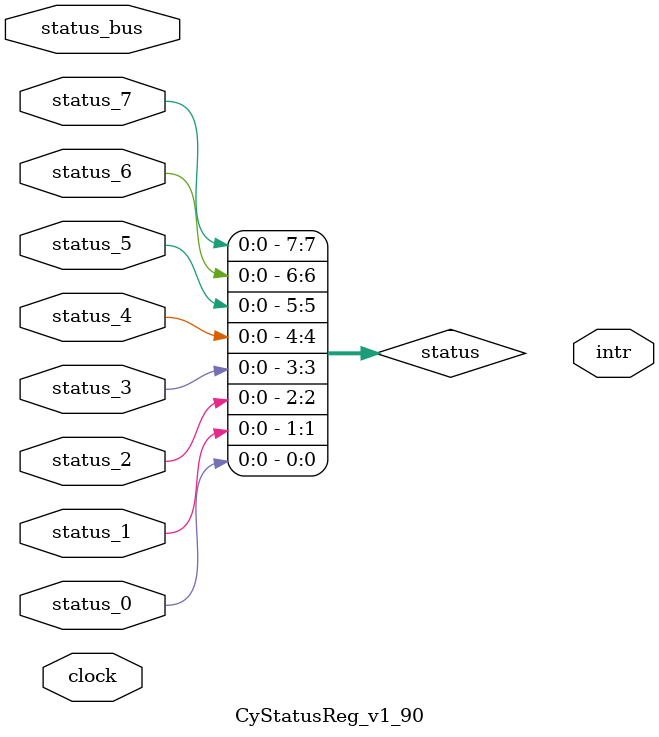
<source format=v>
/*******************************************************************************
* File Name:  CyStatusReg_v1_90.v
*
* Description:
*  Sets the value of a Status Register to match that of nets.
*
* Note:
*
********************************************************************************
* Copyright 2008-2012, Cypress Semiconductor Corporation.  All rights reserved.
* You may use this file only in accordance with the license, terms, conditions,
* disclaimers, and limitations in the end user license agreement accompanying 
* the software package with which this file was provided.
*******************************************************************************/

`include "cypress.v"

module CyStatusReg_v1_90 (
        input wire status_0,
        input wire status_1,
        input wire status_2,
        input wire status_3,
        input wire status_4,
        input wire status_5,
        input wire status_6,
        input wire status_7,
        input wire clock,
        input wire [7:0] status_bus,
        output wire intr
);

    parameter NumInputs = 8;
    wire [7:0] status;

    localparam DEFAULT_BUSVAL = 1'b0;
    parameter BusDisplay = DEFAULT_BUSVAL;

    localparam DEFAULT_INTR = 1'b0;
    parameter Interrupt = DEFAULT_INTR;

    generate
    if(BusDisplay && NumInputs > 1)
    begin
        assign status = status_bus;
    end
    else
    begin
        assign status[0] = status_0;
        assign status[1] = status_1;
        assign status[2] = status_2;
        assign status[3] = status_3;
        assign status[4] = status_4;
        assign status[5] = status_5;
        assign status[6] = status_6;
        assign status[7] = status_7;
    end
    endgenerate

    parameter [0:0] Bit0Mode = 0;
    parameter [0:0] Bit1Mode = 0;
    parameter [0:0] Bit2Mode = 0;
    parameter [0:0] Bit3Mode = 0;
    parameter [0:0] Bit4Mode = 0;
    parameter [0:0] Bit5Mode = 0;
    parameter [0:0] Bit6Mode = 0;
    parameter [0:0] Bit7Mode = 0;

    localparam DEFAULT_MASKVALUE = 127;
    parameter [7:0] MaskValue = DEFAULT_MASKVALUE;

    localparam intMask = MaskValue & ((1 << NumInputs) - 1);

    localparam ModeMask = (NumInputs == 8) ? ({Bit7Mode, Bit6Mode, Bit5Mode, Bit4Mode, Bit3Mode, Bit2Mode,
                                                        Bit1Mode, Bit0Mode}) :
                                (NumInputs == 7) ? ({0, Bit6Mode, Bit5Mode, Bit4Mode, Bit3Mode, Bit2Mode, Bit1Mode,
                                                        Bit0Mode}) :
                                (NumInputs == 6) ? ({0, 0, Bit5Mode, Bit4Mode, Bit3Mode, Bit2Mode, Bit1Mode,
                                                        Bit0Mode}) :
                                (NumInputs == 5) ? ({0, 0, 0, Bit4Mode, Bit3Mode, Bit2Mode, Bit1Mode, Bit0Mode}) :
                                (NumInputs == 4) ? ({0, 0, 0, 0, Bit3Mode, Bit2Mode, Bit1Mode, Bit0Mode}) :
                                (NumInputs == 3) ? ({0, 0, 0, 0, 0, Bit2Mode, Bit1Mode, Bit0Mode}) :
                                (NumInputs == 2) ? ({0, 0, 0, 0, 0, 0, Bit1Mode, Bit0Mode}) :
                                ({0, 0, 0, 0, 0, 0, 0, Bit0Mode});

    generate
    if(Interrupt)
    begin : sts_intr
    cy_psoc3_statusi #(.cy_force_order(1), .cy_md_select(ModeMask), .cy_int_mask(intMask))
    sts_reg(
        /* input            */  .clock(clock),
        /* input    [06:00] */  .status({status[6], status[5], status[4], status[3], status[2], status[1], status[0]}),
        /* output           */  .interrupt(intr)
    );
    end
    else
    begin : sts
    cy_psoc3_status #(.cy_force_order(1), .cy_md_select(ModeMask))
    sts_reg(
        /* input            */  .clock(clock),
        /* input    [07:00] */  .status(status)
    );
    end
    endgenerate

endmodule


</source>
